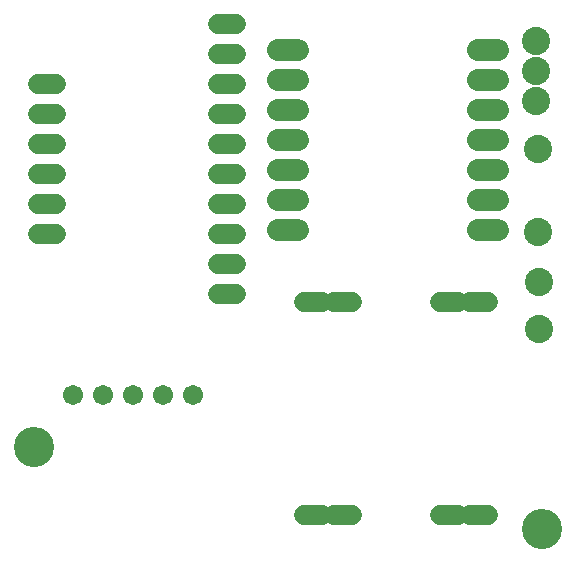
<source format=gbr>
G04 EAGLE Gerber RS-274X export*
G75*
%MOMM*%
%FSLAX34Y34*%
%LPD*%
%INSoldermask Top*%
%IPPOS*%
%AMOC8*
5,1,8,0,0,1.08239X$1,22.5*%
G01*
G04 Define Apertures*
%ADD10C,3.403200*%
%ADD11C,1.903200*%
%ADD12C,1.711200*%
%ADD13C,1.711200*%
%ADD14C,2.387600*%
D10*
X310000Y210000D03*
X740000Y140000D03*
D11*
X533400Y546100D02*
X516400Y546100D01*
X516400Y520700D02*
X533400Y520700D01*
X533400Y495300D02*
X516400Y495300D01*
X516400Y469900D02*
X533400Y469900D01*
X533400Y444500D02*
X516400Y444500D01*
X516400Y419100D02*
X533400Y419100D01*
X533400Y393700D02*
X516400Y393700D01*
X685800Y393700D02*
X702800Y393700D01*
X702800Y419100D02*
X685800Y419100D01*
X685800Y444500D02*
X702800Y444500D01*
X702800Y469900D02*
X685800Y469900D01*
X685800Y495300D02*
X702800Y495300D01*
X702800Y520700D02*
X685800Y520700D01*
X685800Y546100D02*
X702800Y546100D01*
D12*
X480804Y339604D02*
X465724Y339604D01*
X465724Y365004D02*
X480804Y365004D01*
X480804Y390404D02*
X465724Y390404D01*
X465724Y415804D02*
X480804Y415804D01*
X480804Y441204D02*
X465724Y441204D01*
X465724Y466604D02*
X480804Y466604D01*
X480804Y492004D02*
X465724Y492004D01*
X465724Y517404D02*
X480804Y517404D01*
X480804Y542804D02*
X465724Y542804D01*
X465724Y568204D02*
X480804Y568204D01*
X328404Y390404D02*
X313324Y390404D01*
X313324Y415804D02*
X328404Y415804D01*
X328404Y441204D02*
X313324Y441204D01*
X313324Y466604D02*
X328404Y466604D01*
X328404Y492004D02*
X313324Y492004D01*
X313324Y517404D02*
X328404Y517404D01*
X538560Y152400D02*
X553640Y152400D01*
X563960Y152400D02*
X579040Y152400D01*
X653960Y152400D02*
X669040Y152400D01*
X679360Y152400D02*
X694440Y152400D01*
X553640Y332400D02*
X538560Y332400D01*
X563960Y332400D02*
X579040Y332400D01*
X653960Y332400D02*
X669040Y332400D01*
X679360Y332400D02*
X694440Y332400D01*
D13*
X342900Y254000D03*
X368300Y254000D03*
X393700Y254000D03*
X419100Y254000D03*
X444500Y254000D03*
D14*
X734850Y502600D03*
X734850Y528000D03*
X734850Y553400D03*
X736600Y461800D03*
X736600Y391800D03*
X737400Y349400D03*
X737400Y309400D03*
M02*

</source>
